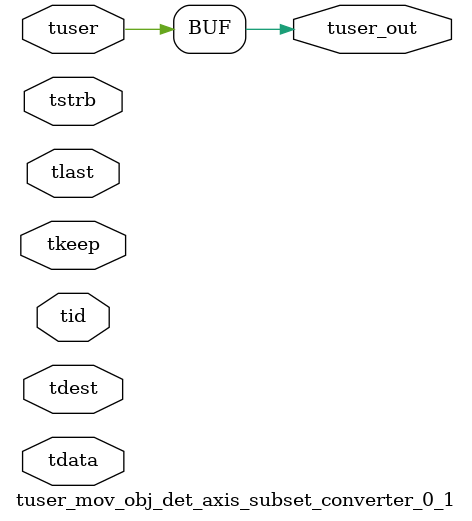
<source format=v>


`timescale 1ps/1ps

module tuser_mov_obj_det_axis_subset_converter_0_1 #
(
parameter C_S_AXIS_TUSER_WIDTH = 1,
parameter C_S_AXIS_TDATA_WIDTH = 32,
parameter C_S_AXIS_TID_WIDTH   = 0,
parameter C_S_AXIS_TDEST_WIDTH = 0,
parameter C_M_AXIS_TUSER_WIDTH = 1
)
(
input  [(C_S_AXIS_TUSER_WIDTH == 0 ? 1 : C_S_AXIS_TUSER_WIDTH)-1:0     ] tuser,
input  [(C_S_AXIS_TDATA_WIDTH == 0 ? 1 : C_S_AXIS_TDATA_WIDTH)-1:0     ] tdata,
input  [(C_S_AXIS_TID_WIDTH   == 0 ? 1 : C_S_AXIS_TID_WIDTH)-1:0       ] tid,
input  [(C_S_AXIS_TDEST_WIDTH == 0 ? 1 : C_S_AXIS_TDEST_WIDTH)-1:0     ] tdest,
input  [(C_S_AXIS_TDATA_WIDTH/8)-1:0 ] tkeep,
input  [(C_S_AXIS_TDATA_WIDTH/8)-1:0 ] tstrb,
input                                                                    tlast,
output [C_M_AXIS_TUSER_WIDTH-1:0] tuser_out
);

assign tuser_out = {tuser[0:0]};

endmodule


</source>
